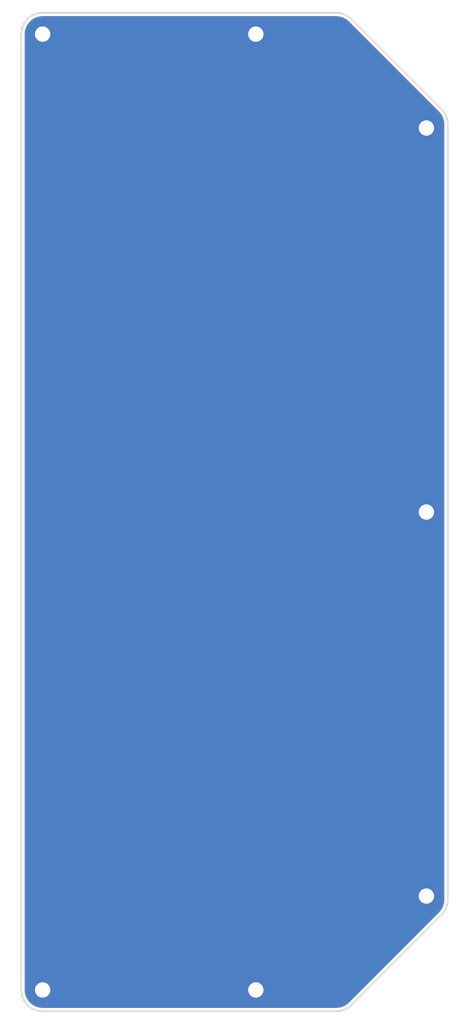
<source format=kicad_pcb>
(kicad_pcb (version 20240108) (generator "pcbnew") (generator_version "8.0")
  (title_block (title "WP-2_IC-Card_Programming_Adapter_floor") (date "2025-05-10") (rev "001") (company "Brian K. White - b.kenyon.w@gmail.com") (comment 1 "github.com/bkw777/WP-2_IC_Card"))
  (layers (0 "F.Cu" signal) (31 "B.Cu" signal) (34 "B.Paste" user) (35 "F.Paste" user) (36 "B.SilkS" user "B.Silkscreen") (37 "F.SilkS" user "F.Silkscreen") (38 "B.Mask" user) (39 "F.Mask" user) (44 "Edge.Cuts" user))
  (net 0 "")
  (net 1 "GND")
  (footprint "000_LOCAL:pth_36mil" (layer "F.Cu") (at 126.986 128.143)
    (property "Reference" "REF**" (hide yes))
    (property "Value" "pth_36mil" (hide yes))
    (pad "" thru_hole circle (at 0 0) (size 1.524 1.524) (drill 0.9144) (layers "*.Cu" "*.Mask") (net 1 "GND"))
  )
  (footprint "000_LOCAL:pth_36mil" (layer "F.Cu") (at 126.986 71.247)
    (property "Reference" "REF**" (hide yes))
    (property "Value" "pth_36mil" (hide yes))
    (pad "" thru_hole circle (at 0 0) (size 1.524 1.524) (drill 0.9144) (layers "*.Cu" "*.Mask") (net 1 "GND"))
  )
  (footprint "000_LOCAL:pth_36mil" (layer "F.Cu") (at 139.686 71.247)
    (property "Reference" "REF**" (hide yes))
    (property "Value" "pth_36mil" (hide yes))
    (pad "" thru_hole circle (at 0 0) (size 1.524 1.524) (drill 0.9144) (layers "*.Cu" "*.Mask") (net 1 "GND"))
  )
  (footprint "000_LOCAL:pth_36mil" (layer "F.Cu") (at 149.846 76.835)
    (property "Reference" "REF**" (hide yes))
    (property "Value" "pth_36mil" (hide yes))
    (pad "" thru_hole circle (at 0 0) (size 1.524 1.524) (drill 0.9144) (layers "*.Cu" "*.Mask") (net 1 "GND"))
  )
  (footprint "000_LOCAL:pth_36mil" (layer "F.Cu") (at 149.846 122.555)
    (property "Reference" "REF**" (hide yes))
    (property "Value" "pth_36mil" (hide yes))
    (pad "" thru_hole circle (at 0 0) (size 1.524 1.524) (drill 0.9144) (layers "*.Cu" "*.Mask") (net 1 "GND"))
  )
  (footprint "000_LOCAL:pth_36mil" (layer "F.Cu") (at 139.686 128.143)
    (property "Reference" "REF**" (hide yes))
    (property "Value" "pth_36mil" (hide yes))
    (pad "" thru_hole circle (at 0 0) (size 1.524 1.524) (drill 0.9144) (layers "*.Cu" "*.Mask") (net 1 "GND"))
  )
  (footprint "000_LOCAL:pth_36mil" (layer "F.Cu") (at 149.846 99.695)
    (property "Reference" "REF**" (hide yes))
    (property "Value" "pth_36mil" (hide yes))
    (pad "" thru_hole circle (at 0 0) (size 1.524 1.524) (drill 0.9144) (layers "*.Cu" "*.Mask") (net 1 "GND"))
  )
  (gr_arc (start 151.116 122.772904) (mid 151.019327 123.258912) (end 150.744026 123.67093) (stroke (width 0.1)) (layer "Edge.Cuts"))
  (gr_line (start 145.373926 129.041022) (end 150.744026 123.670922) (stroke (width 0.1)) (layer "Edge.Cuts"))
  (gr_line (start 145.373926 70.348975) (end 150.744026 75.719075) (stroke (width 0.1)) (layer "Edge.Cuts"))
  (gr_arc (start 144.4759 69.977) (mid 144.961908 70.073673) (end 145.373926 70.348975) (stroke (width 0.1)) (layer "Edge.Cuts"))
  (gr_arc (start 125.716 71.247) (mid 126.087974 70.348974) (end 126.986 69.977) (stroke (width 0.1)) (layer "Edge.Cuts"))
  (gr_arc (start 150.744026 75.719067) (mid 151.019327 76.131085) (end 151.116 76.617093) (stroke (width 0.1)) (layer "Edge.Cuts"))
  (gr_arc (start 126.986 129.412997) (mid 126.087977 129.041023) (end 125.716003 128.143) (stroke (width 0.1)) (layer "Edge.Cuts"))
  (gr_line (start 144.4759 129.412997) (end 126.986 129.412997) (stroke (width 0.1)) (layer "Edge.Cuts"))
  (gr_arc (start 145.373926 129.041022) (mid 144.961908 129.316324) (end 144.4759 129.412997) (stroke (width 0.1)) (layer "Edge.Cuts"))
  (gr_line (start 151.116 76.617093) (end 151.116 122.772904) (stroke (width 0.1)) (layer "Edge.Cuts"))
  (gr_line (start 144.4759 69.977) (end 126.986 69.977) (stroke (width 0.1)) (layer "Edge.Cuts"))
  (gr_line (start 125.716 71.247) (end 125.716 128.143) (stroke (width 0.1)) (layer "Edge.Cuts"))
  (zone (net 1) (net_name "GND") (layers "F&B.Cu") (connect_pads (clearance 0.2)) (min_thickness 0.25) (fill yes (thermal_gap 0.2) (thermal_bridge_width 0.4) (smoothing fillet) (radius 0.1))
    (polygon (pts (xy 124.446 130.175) (xy 124.446 69.215) (xy 152.386 69.215) (xy 152.386 130.175)))
  )
)
</source>
